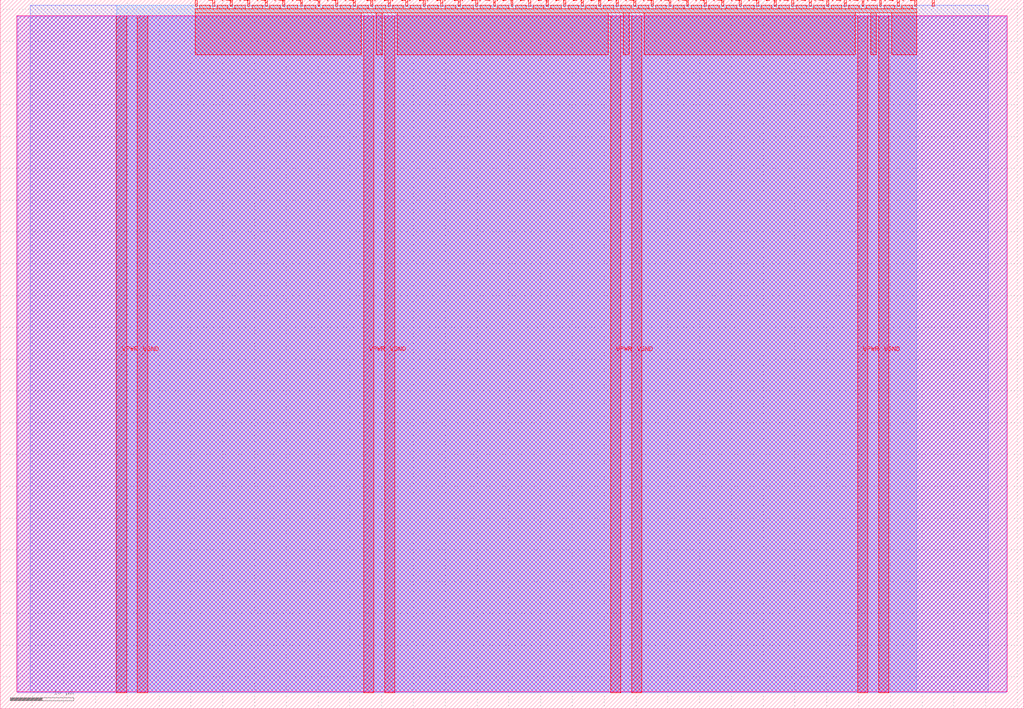
<source format=lef>
VERSION 5.7 ;
  NOWIREEXTENSIONATPIN ON ;
  DIVIDERCHAR "/" ;
  BUSBITCHARS "[]" ;
MACRO tt_um_ring_osc3
  CLASS BLOCK ;
  FOREIGN tt_um_ring_osc3 ;
  ORIGIN 0.000 0.000 ;
  SIZE 161.000 BY 111.520 ;
  PIN VGND
    DIRECTION INOUT ;
    USE GROUND ;
    PORT
      LAYER met4 ;
        RECT 21.580 2.480 23.180 109.040 ;
    END
    PORT
      LAYER met4 ;
        RECT 60.450 2.480 62.050 109.040 ;
    END
    PORT
      LAYER met4 ;
        RECT 99.320 2.480 100.920 109.040 ;
    END
    PORT
      LAYER met4 ;
        RECT 138.190 2.480 139.790 109.040 ;
    END
  END VGND
  PIN VPWR
    DIRECTION INOUT ;
    USE POWER ;
    PORT
      LAYER met4 ;
        RECT 18.280 2.480 19.880 109.040 ;
    END
    PORT
      LAYER met4 ;
        RECT 57.150 2.480 58.750 109.040 ;
    END
    PORT
      LAYER met4 ;
        RECT 96.020 2.480 97.620 109.040 ;
    END
    PORT
      LAYER met4 ;
        RECT 134.890 2.480 136.490 109.040 ;
    END
  END VPWR
  PIN clk
    DIRECTION INPUT ;
    USE SIGNAL ;
    ANTENNAGATEAREA 0.126000 ;
    PORT
      LAYER met4 ;
        RECT 143.830 110.520 144.130 111.520 ;
    END
  END clk
  PIN ena
    DIRECTION INPUT ;
    USE SIGNAL ;
    PORT
      LAYER met4 ;
        RECT 146.590 110.520 146.890 111.520 ;
    END
  END ena
  PIN rst_n
    DIRECTION INPUT ;
    USE SIGNAL ;
    ANTENNAGATEAREA 0.196500 ;
    PORT
      LAYER met4 ;
        RECT 141.070 110.520 141.370 111.520 ;
    END
  END rst_n
  PIN ui_in[0]
    DIRECTION INPUT ;
    USE SIGNAL ;
    ANTENNAGATEAREA 0.196500 ;
    PORT
      LAYER met4 ;
        RECT 138.310 110.520 138.610 111.520 ;
    END
  END ui_in[0]
  PIN ui_in[1]
    DIRECTION INPUT ;
    USE SIGNAL ;
    ANTENNAGATEAREA 0.196500 ;
    PORT
      LAYER met4 ;
        RECT 135.550 110.520 135.850 111.520 ;
    END
  END ui_in[1]
  PIN ui_in[2]
    DIRECTION INPUT ;
    USE SIGNAL ;
    ANTENNAGATEAREA 0.196500 ;
    PORT
      LAYER met4 ;
        RECT 132.790 110.520 133.090 111.520 ;
    END
  END ui_in[2]
  PIN ui_in[3]
    DIRECTION INPUT ;
    USE SIGNAL ;
    ANTENNAGATEAREA 0.196500 ;
    PORT
      LAYER met4 ;
        RECT 130.030 110.520 130.330 111.520 ;
    END
  END ui_in[3]
  PIN ui_in[4]
    DIRECTION INPUT ;
    USE SIGNAL ;
    ANTENNAGATEAREA 0.196500 ;
    PORT
      LAYER met4 ;
        RECT 127.270 110.520 127.570 111.520 ;
    END
  END ui_in[4]
  PIN ui_in[5]
    DIRECTION INPUT ;
    USE SIGNAL ;
    PORT
      LAYER met4 ;
        RECT 124.510 110.520 124.810 111.520 ;
    END
  END ui_in[5]
  PIN ui_in[6]
    DIRECTION INPUT ;
    USE SIGNAL ;
    PORT
      LAYER met4 ;
        RECT 121.750 110.520 122.050 111.520 ;
    END
  END ui_in[6]
  PIN ui_in[7]
    DIRECTION INPUT ;
    USE SIGNAL ;
    PORT
      LAYER met4 ;
        RECT 118.990 110.520 119.290 111.520 ;
    END
  END ui_in[7]
  PIN uio_in[0]
    DIRECTION INPUT ;
    USE SIGNAL ;
    PORT
      LAYER met4 ;
        RECT 116.230 110.520 116.530 111.520 ;
    END
  END uio_in[0]
  PIN uio_in[1]
    DIRECTION INPUT ;
    USE SIGNAL ;
    PORT
      LAYER met4 ;
        RECT 113.470 110.520 113.770 111.520 ;
    END
  END uio_in[1]
  PIN uio_in[2]
    DIRECTION INPUT ;
    USE SIGNAL ;
    PORT
      LAYER met4 ;
        RECT 110.710 110.520 111.010 111.520 ;
    END
  END uio_in[2]
  PIN uio_in[3]
    DIRECTION INPUT ;
    USE SIGNAL ;
    PORT
      LAYER met4 ;
        RECT 107.950 110.520 108.250 111.520 ;
    END
  END uio_in[3]
  PIN uio_in[4]
    DIRECTION INPUT ;
    USE SIGNAL ;
    PORT
      LAYER met4 ;
        RECT 105.190 110.520 105.490 111.520 ;
    END
  END uio_in[4]
  PIN uio_in[5]
    DIRECTION INPUT ;
    USE SIGNAL ;
    PORT
      LAYER met4 ;
        RECT 102.430 110.520 102.730 111.520 ;
    END
  END uio_in[5]
  PIN uio_in[6]
    DIRECTION INPUT ;
    USE SIGNAL ;
    PORT
      LAYER met4 ;
        RECT 99.670 110.520 99.970 111.520 ;
    END
  END uio_in[6]
  PIN uio_in[7]
    DIRECTION INPUT ;
    USE SIGNAL ;
    PORT
      LAYER met4 ;
        RECT 96.910 110.520 97.210 111.520 ;
    END
  END uio_in[7]
  PIN uio_oe[0]
    DIRECTION OUTPUT ;
    USE SIGNAL ;
    PORT
      LAYER met4 ;
        RECT 49.990 110.520 50.290 111.520 ;
    END
  END uio_oe[0]
  PIN uio_oe[1]
    DIRECTION OUTPUT ;
    USE SIGNAL ;
    PORT
      LAYER met4 ;
        RECT 47.230 110.520 47.530 111.520 ;
    END
  END uio_oe[1]
  PIN uio_oe[2]
    DIRECTION OUTPUT ;
    USE SIGNAL ;
    PORT
      LAYER met4 ;
        RECT 44.470 110.520 44.770 111.520 ;
    END
  END uio_oe[2]
  PIN uio_oe[3]
    DIRECTION OUTPUT ;
    USE SIGNAL ;
    PORT
      LAYER met4 ;
        RECT 41.710 110.520 42.010 111.520 ;
    END
  END uio_oe[3]
  PIN uio_oe[4]
    DIRECTION OUTPUT ;
    USE SIGNAL ;
    PORT
      LAYER met4 ;
        RECT 38.950 110.520 39.250 111.520 ;
    END
  END uio_oe[4]
  PIN uio_oe[5]
    DIRECTION OUTPUT ;
    USE SIGNAL ;
    PORT
      LAYER met4 ;
        RECT 36.190 110.520 36.490 111.520 ;
    END
  END uio_oe[5]
  PIN uio_oe[6]
    DIRECTION OUTPUT ;
    USE SIGNAL ;
    PORT
      LAYER met4 ;
        RECT 33.430 110.520 33.730 111.520 ;
    END
  END uio_oe[6]
  PIN uio_oe[7]
    DIRECTION OUTPUT ;
    USE SIGNAL ;
    PORT
      LAYER met4 ;
        RECT 30.670 110.520 30.970 111.520 ;
    END
  END uio_oe[7]
  PIN uio_out[0]
    DIRECTION OUTPUT ;
    USE SIGNAL ;
    ANTENNADIFFAREA 0.445500 ;
    PORT
      LAYER met4 ;
        RECT 72.070 110.520 72.370 111.520 ;
    END
  END uio_out[0]
  PIN uio_out[1]
    DIRECTION OUTPUT ;
    USE SIGNAL ;
    ANTENNADIFFAREA 0.445500 ;
    PORT
      LAYER met4 ;
        RECT 69.310 110.520 69.610 111.520 ;
    END
  END uio_out[1]
  PIN uio_out[2]
    DIRECTION OUTPUT ;
    USE SIGNAL ;
    ANTENNADIFFAREA 0.445500 ;
    PORT
      LAYER met4 ;
        RECT 66.550 110.520 66.850 111.520 ;
    END
  END uio_out[2]
  PIN uio_out[3]
    DIRECTION OUTPUT ;
    USE SIGNAL ;
    ANTENNADIFFAREA 0.445500 ;
    PORT
      LAYER met4 ;
        RECT 63.790 110.520 64.090 111.520 ;
    END
  END uio_out[3]
  PIN uio_out[4]
    DIRECTION OUTPUT ;
    USE SIGNAL ;
    ANTENNADIFFAREA 0.445500 ;
    PORT
      LAYER met4 ;
        RECT 61.030 110.520 61.330 111.520 ;
    END
  END uio_out[4]
  PIN uio_out[5]
    DIRECTION OUTPUT ;
    USE SIGNAL ;
    ANTENNADIFFAREA 0.445500 ;
    PORT
      LAYER met4 ;
        RECT 58.270 110.520 58.570 111.520 ;
    END
  END uio_out[5]
  PIN uio_out[6]
    DIRECTION OUTPUT ;
    USE SIGNAL ;
    ANTENNADIFFAREA 0.445500 ;
    PORT
      LAYER met4 ;
        RECT 55.510 110.520 55.810 111.520 ;
    END
  END uio_out[6]
  PIN uio_out[7]
    DIRECTION OUTPUT ;
    USE SIGNAL ;
    ANTENNADIFFAREA 0.445500 ;
    PORT
      LAYER met4 ;
        RECT 52.750 110.520 53.050 111.520 ;
    END
  END uio_out[7]
  PIN uo_out[0]
    DIRECTION OUTPUT ;
    USE SIGNAL ;
    ANTENNADIFFAREA 0.934000 ;
    PORT
      LAYER met4 ;
        RECT 94.150 110.520 94.450 111.520 ;
    END
  END uo_out[0]
  PIN uo_out[1]
    DIRECTION OUTPUT ;
    USE SIGNAL ;
    ANTENNAGATEAREA 0.126000 ;
    ANTENNADIFFAREA 0.934000 ;
    PORT
      LAYER met4 ;
        RECT 91.390 110.520 91.690 111.520 ;
    END
  END uo_out[1]
  PIN uo_out[2]
    DIRECTION OUTPUT ;
    USE SIGNAL ;
    ANTENNAGATEAREA 0.247500 ;
    ANTENNADIFFAREA 0.934000 ;
    PORT
      LAYER met4 ;
        RECT 88.630 110.520 88.930 111.520 ;
    END
  END uo_out[2]
  PIN uo_out[3]
    DIRECTION OUTPUT ;
    USE SIGNAL ;
    ANTENNAGATEAREA 0.247500 ;
    ANTENNADIFFAREA 0.934000 ;
    PORT
      LAYER met4 ;
        RECT 85.870 110.520 86.170 111.520 ;
    END
  END uo_out[3]
  PIN uo_out[4]
    DIRECTION OUTPUT ;
    USE SIGNAL ;
    ANTENNAGATEAREA 0.126000 ;
    ANTENNADIFFAREA 0.445500 ;
    PORT
      LAYER met4 ;
        RECT 83.110 110.520 83.410 111.520 ;
    END
  END uo_out[4]
  PIN uo_out[5]
    DIRECTION OUTPUT ;
    USE SIGNAL ;
    ANTENNADIFFAREA 0.445500 ;
    PORT
      LAYER met4 ;
        RECT 80.350 110.520 80.650 111.520 ;
    END
  END uo_out[5]
  PIN uo_out[6]
    DIRECTION OUTPUT ;
    USE SIGNAL ;
    ANTENNADIFFAREA 0.445500 ;
    PORT
      LAYER met4 ;
        RECT 77.590 110.520 77.890 111.520 ;
    END
  END uo_out[6]
  PIN uo_out[7]
    DIRECTION OUTPUT ;
    USE SIGNAL ;
    ANTENNADIFFAREA 0.445500 ;
    PORT
      LAYER met4 ;
        RECT 74.830 110.520 75.130 111.520 ;
    END
  END uo_out[7]
  OBS
      LAYER nwell ;
        RECT 2.570 2.635 158.430 108.990 ;
      LAYER li1 ;
        RECT 2.760 2.635 158.240 108.885 ;
      LAYER met1 ;
        RECT 2.760 2.480 158.240 109.040 ;
      LAYER met2 ;
        RECT 4.700 2.535 155.380 110.685 ;
      LAYER met3 ;
        RECT 18.290 2.555 144.170 110.665 ;
      LAYER met4 ;
        RECT 31.370 110.120 33.030 110.665 ;
        RECT 34.130 110.120 35.790 110.665 ;
        RECT 36.890 110.120 38.550 110.665 ;
        RECT 39.650 110.120 41.310 110.665 ;
        RECT 42.410 110.120 44.070 110.665 ;
        RECT 45.170 110.120 46.830 110.665 ;
        RECT 47.930 110.120 49.590 110.665 ;
        RECT 50.690 110.120 52.350 110.665 ;
        RECT 53.450 110.120 55.110 110.665 ;
        RECT 56.210 110.120 57.870 110.665 ;
        RECT 58.970 110.120 60.630 110.665 ;
        RECT 61.730 110.120 63.390 110.665 ;
        RECT 64.490 110.120 66.150 110.665 ;
        RECT 67.250 110.120 68.910 110.665 ;
        RECT 70.010 110.120 71.670 110.665 ;
        RECT 72.770 110.120 74.430 110.665 ;
        RECT 75.530 110.120 77.190 110.665 ;
        RECT 78.290 110.120 79.950 110.665 ;
        RECT 81.050 110.120 82.710 110.665 ;
        RECT 83.810 110.120 85.470 110.665 ;
        RECT 86.570 110.120 88.230 110.665 ;
        RECT 89.330 110.120 90.990 110.665 ;
        RECT 92.090 110.120 93.750 110.665 ;
        RECT 94.850 110.120 96.510 110.665 ;
        RECT 97.610 110.120 99.270 110.665 ;
        RECT 100.370 110.120 102.030 110.665 ;
        RECT 103.130 110.120 104.790 110.665 ;
        RECT 105.890 110.120 107.550 110.665 ;
        RECT 108.650 110.120 110.310 110.665 ;
        RECT 111.410 110.120 113.070 110.665 ;
        RECT 114.170 110.120 115.830 110.665 ;
        RECT 116.930 110.120 118.590 110.665 ;
        RECT 119.690 110.120 121.350 110.665 ;
        RECT 122.450 110.120 124.110 110.665 ;
        RECT 125.210 110.120 126.870 110.665 ;
        RECT 127.970 110.120 129.630 110.665 ;
        RECT 130.730 110.120 132.390 110.665 ;
        RECT 133.490 110.120 135.150 110.665 ;
        RECT 136.250 110.120 137.910 110.665 ;
        RECT 139.010 110.120 140.670 110.665 ;
        RECT 141.770 110.120 143.430 110.665 ;
        RECT 30.655 109.440 144.145 110.120 ;
        RECT 30.655 102.855 56.750 109.440 ;
        RECT 59.150 102.855 60.050 109.440 ;
        RECT 62.450 102.855 95.620 109.440 ;
        RECT 98.020 102.855 98.920 109.440 ;
        RECT 101.320 102.855 134.490 109.440 ;
        RECT 136.890 102.855 137.790 109.440 ;
        RECT 140.190 102.855 144.145 109.440 ;
  END
END tt_um_ring_osc3
END LIBRARY


</source>
